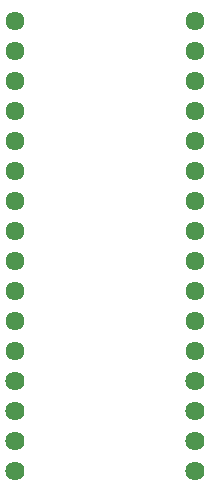
<source format=gbs>
G75*
G70*
%OFA0B0*%
%FSLAX24Y24*%
%IPPOS*%
%LPD*%
%AMOC8*
5,1,8,0,0,1.08239X$1,22.5*
%
%ADD10C,0.0634*%
%ADD11C,0.0640*%
D10*
X001680Y005264D03*
X001680Y006264D03*
X001680Y007264D03*
X001680Y008264D03*
X001680Y009264D03*
X001680Y010264D03*
X001680Y011264D03*
X001680Y012264D03*
X001680Y013264D03*
X001680Y014264D03*
X001680Y015264D03*
X001680Y016264D03*
X007680Y016264D03*
X007680Y015264D03*
X007680Y014264D03*
X007680Y013264D03*
X007680Y012264D03*
X007680Y011264D03*
X007680Y010264D03*
X007680Y009264D03*
X007680Y008264D03*
X007680Y007264D03*
X007680Y006264D03*
X007680Y005264D03*
D11*
X001680Y001264D03*
X001680Y002264D03*
X001680Y003264D03*
X001680Y004264D03*
X007680Y004264D03*
X007680Y003264D03*
X007680Y002264D03*
X007680Y001264D03*
M02*

</source>
